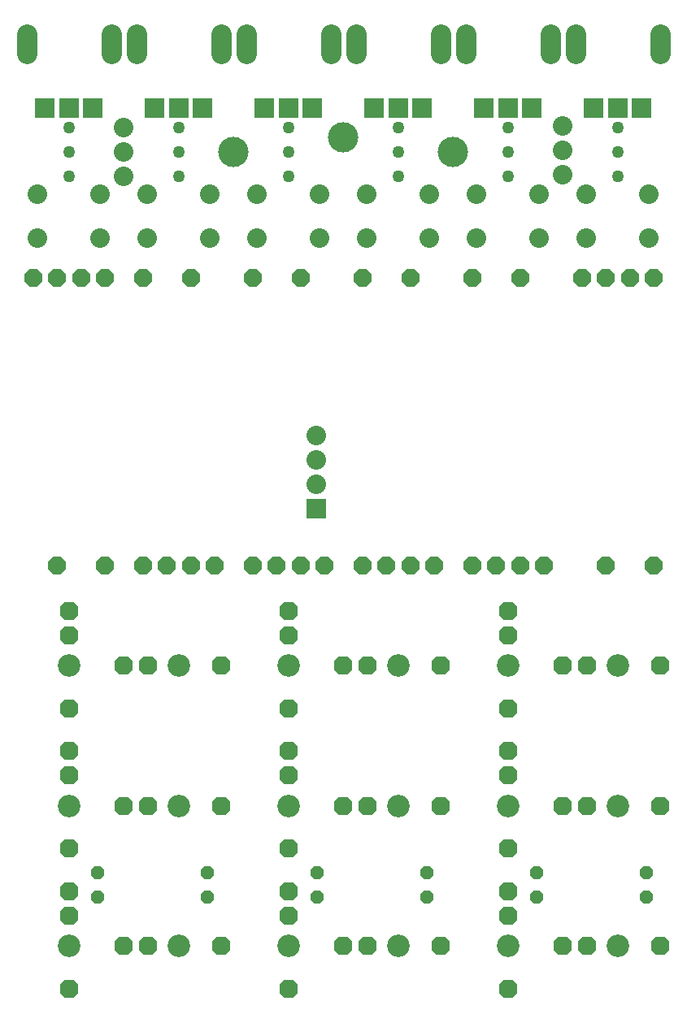
<source format=gbr>
G04 EAGLE Gerber RS-274X export*
G75*
%MOMM*%
%FSLAX34Y34*%
%LPD*%
%AMOC8*
5,1,8,0,0,1.08239X$1,22.5*%
G01*
%ADD10P,2.089446X8X112.500000*%
%ADD11C,2.352400*%
%ADD12P,2.089446X8X22.500000*%
%ADD13R,2.032000X2.032000*%
%ADD14C,2.152400*%
%ADD15P,1.484606X8X292.500000*%
%ADD16C,2.032000*%
%ADD17P,1.950900X8X292.500000*%
%ADD18P,1.950900X8X112.500000*%
%ADD19C,3.152400*%
%ADD20C,1.258800*%


D10*
X600075Y209550D03*
X676275Y209550D03*
X574675Y209550D03*
D11*
X631825Y209550D03*
D10*
X142875Y63500D03*
X219075Y63500D03*
X117475Y63500D03*
D11*
X174625Y63500D03*
D10*
X600075Y63500D03*
X676275Y63500D03*
X574675Y63500D03*
D11*
X631825Y63500D03*
D12*
X517525Y95250D03*
X517525Y19050D03*
X517525Y120650D03*
D11*
X517525Y63500D03*
D10*
X142875Y355600D03*
X219075Y355600D03*
X117475Y355600D03*
D11*
X174625Y355600D03*
D12*
X288925Y95250D03*
X288925Y19050D03*
X288925Y120650D03*
D11*
X288925Y63500D03*
D10*
X371475Y63500D03*
X447675Y63500D03*
X346075Y63500D03*
D11*
X403225Y63500D03*
D12*
X60325Y95250D03*
X60325Y19050D03*
X60325Y120650D03*
D11*
X60325Y63500D03*
D12*
X517525Y241300D03*
X517525Y165100D03*
X517525Y266700D03*
D11*
X517525Y209550D03*
D10*
X371475Y209550D03*
X447675Y209550D03*
X346075Y209550D03*
D11*
X403225Y209550D03*
D12*
X288925Y241300D03*
X288925Y165100D03*
X288925Y266700D03*
D11*
X288925Y209550D03*
D10*
X142875Y209550D03*
X219075Y209550D03*
X117475Y209550D03*
D11*
X174625Y209550D03*
D10*
X600075Y355600D03*
X676275Y355600D03*
X574675Y355600D03*
D11*
X631825Y355600D03*
D12*
X60325Y241300D03*
X60325Y165100D03*
X60325Y266700D03*
D11*
X60325Y209550D03*
D12*
X517525Y387350D03*
X517525Y311150D03*
X517525Y412750D03*
D11*
X517525Y355600D03*
D10*
X371475Y355600D03*
X447675Y355600D03*
X346075Y355600D03*
D11*
X403225Y355600D03*
D12*
X288925Y387350D03*
X288925Y311150D03*
X288925Y412750D03*
D11*
X288925Y355600D03*
D12*
X60325Y387350D03*
X60325Y311150D03*
X60325Y412750D03*
D11*
X60325Y355600D03*
D13*
X606825Y936300D03*
X631825Y936300D03*
X656825Y936300D03*
D14*
X587825Y993300D02*
X587825Y1013300D01*
X675825Y1013300D02*
X675825Y993300D01*
D13*
X492525Y936300D03*
X517525Y936300D03*
X542525Y936300D03*
D14*
X473525Y993300D02*
X473525Y1013300D01*
X561525Y1013300D02*
X561525Y993300D01*
D13*
X378225Y936300D03*
X403225Y936300D03*
X428225Y936300D03*
D14*
X359225Y993300D02*
X359225Y1013300D01*
X447225Y1013300D02*
X447225Y993300D01*
D13*
X263925Y936300D03*
X288925Y936300D03*
X313925Y936300D03*
D14*
X244925Y993300D02*
X244925Y1013300D01*
X332925Y1013300D02*
X332925Y993300D01*
D13*
X149625Y936300D03*
X174625Y936300D03*
X199625Y936300D03*
D14*
X130625Y993300D02*
X130625Y1013300D01*
X218625Y1013300D02*
X218625Y993300D01*
D13*
X35325Y936300D03*
X60325Y936300D03*
X85325Y936300D03*
D14*
X16325Y993300D02*
X16325Y1013300D01*
X104325Y1013300D02*
X104325Y993300D01*
D15*
X661989Y139700D03*
X661989Y114300D03*
X547688Y139701D03*
X547688Y114301D03*
X433388Y139700D03*
X433388Y114300D03*
X319088Y139700D03*
X319088Y114300D03*
X204788Y139701D03*
X204788Y114301D03*
X90488Y139700D03*
X90488Y114300D03*
D16*
X142113Y801306D03*
X207137Y801306D03*
X142113Y846518D03*
X207137Y846518D03*
X27813Y801306D03*
X92837Y801306D03*
X27813Y846518D03*
X92837Y846518D03*
X599313Y801306D03*
X664337Y801306D03*
X599313Y846518D03*
X664337Y846518D03*
X485013Y801306D03*
X550037Y801306D03*
X485013Y846518D03*
X550037Y846518D03*
X370713Y801306D03*
X435737Y801306D03*
X370713Y846518D03*
X435737Y846518D03*
X256413Y801306D03*
X321437Y801306D03*
X256413Y846518D03*
X321437Y846518D03*
D17*
X619325Y459600D03*
X669325Y459600D03*
X594325Y759600D03*
X619325Y759600D03*
X644325Y759600D03*
X669325Y759600D03*
D18*
X530025Y759600D03*
X480025Y759600D03*
X555025Y459600D03*
X530025Y459600D03*
X505025Y459600D03*
X480025Y459600D03*
X415725Y759600D03*
X365725Y759600D03*
X440725Y459600D03*
X415725Y459600D03*
X390725Y459600D03*
X365725Y459600D03*
X301425Y759600D03*
X251425Y759600D03*
X326425Y459600D03*
X301425Y459600D03*
X276425Y459600D03*
X251425Y459600D03*
X187125Y759600D03*
X137125Y759600D03*
X212125Y459600D03*
X187125Y459600D03*
X162125Y459600D03*
X137125Y459600D03*
D17*
X47825Y459600D03*
X97825Y459600D03*
X22825Y759600D03*
X47825Y759600D03*
X72825Y759600D03*
X97825Y759600D03*
D19*
X460375Y890588D03*
X231775Y890587D03*
D20*
X403225Y890588D03*
X403225Y865188D03*
X403225Y915988D03*
X517525Y890588D03*
X517525Y865188D03*
X517525Y915988D03*
X631825Y890586D03*
X631825Y865186D03*
X631825Y915986D03*
X288925Y890588D03*
X288925Y865188D03*
X288925Y915988D03*
X174625Y890588D03*
X174625Y865188D03*
X174625Y915988D03*
X60325Y890589D03*
X60325Y865189D03*
X60325Y915989D03*
D16*
X117475Y915987D03*
X117475Y890587D03*
X117475Y865187D03*
X574675Y917575D03*
X574675Y892175D03*
X574675Y866775D03*
D19*
X346075Y906462D03*
D13*
X318294Y519113D03*
D16*
X318294Y544513D03*
X318294Y569913D03*
X318294Y595313D03*
M02*

</source>
